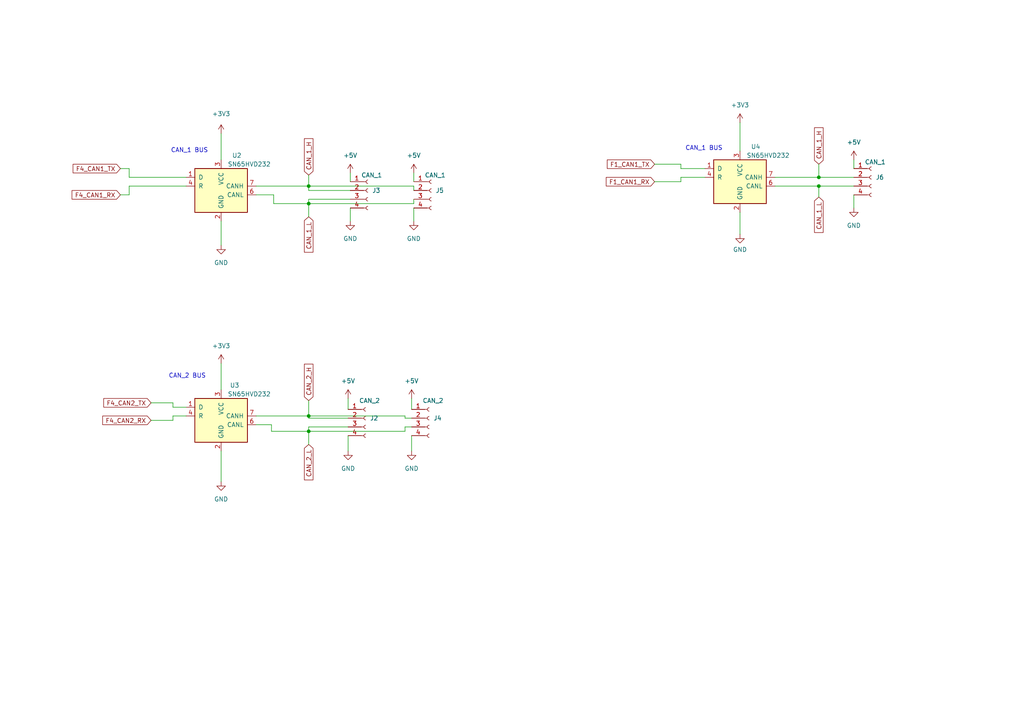
<source format=kicad_sch>
(kicad_sch (version 20211123) (generator eeschema)
  (paper "A4")
  (lib_symbols
    (symbol "Connector:Conn_01x04_Female" (pin_names (offset 1.016) hide)
      (property "Reference" "J" (at 0 5.08 0))
      (property "Value" "Conn_01x04_Female" (at 0 -7.62 0))
      (symbol "Conn_01x04_Female_1_1"
        (arc (start 0 -4.572) (mid -0.508 -5.08) (end 0 -5.588) (stroke (width 0.1524)))
        (arc (start 0 -2.032) (mid -0.508 -2.54) (end 0 -3.048) (stroke (width 0.1524)))
        (polyline (pts (xy -1.27 -5.08) (xy -0.508 -5.08)) (stroke (width 0.1524)))
        (polyline (pts (xy -1.27 -2.54) (xy -0.508 -2.54)) (stroke (width 0.1524)))
        (polyline (pts (xy -1.27 0) (xy -0.508 0)) (stroke (width 0.1524)))
        (polyline (pts (xy -1.27 2.54) (xy -0.508 2.54)) (stroke (width 0.1524)))
        (arc (start 0 0.508) (mid -0.508 0) (end 0 -0.508) (stroke (width 0.1524)))
        (arc (start 0 3.048) (mid -0.508 2.54) (end 0 2.032) (stroke (width 0.1524)))
        (pin passive line (at -5.08 2.54 0) (length 3.81) (name "Pin_1") (number "1"))
        (pin passive line (at -5.08 0 0) (length 3.81) (name "Pin_2") (number "2"))
        (pin passive line (at -5.08 -2.54 0) (length 3.81) (name "Pin_3") (number "3"))
        (pin passive line (at -5.08 -5.08 0) (length 3.81) (name "Pin_4") (number "4"))
      )
    )
    (symbol "GND_1" (power) (pin_names (offset 0))
      (property "Value" "GND_1" (at 0 -3.81 0))
      (symbol "GND_1_0_1"
        (polyline (pts (xy 0 0) (xy 0 -1.27) (xy 1.27 -1.27) (xy 0 -2.54) (xy -1.27 -1.27) (xy 0 -1.27)))
      )
      (symbol "GND_1_1_1"
        (pin power_in line (at 0 0 270) (length 0) hide (name "GND") (number "1"))
      )
    )
    (symbol "Interface_CAN_LIN:SN65HVD232" (pin_names (offset 1.016))
      (property "Reference" "U" (at -2.54 10.16 0))
      (property "Value" "SN65HVD232" (at -2.54 7.62 0))
      (symbol "SN65HVD232_0_1"
        (rectangle (start -7.62 5.08) (end 7.62 -7.62) (stroke (width 0.254)) (fill (type background)))
      )
      (symbol "SN65HVD232_1_1"
        (pin input line (at -10.16 2.54 0) (length 2.54) (name "D") (number "1"))
        (pin power_in line (at 0 -10.16 90) (length 2.54) (name "GND") (number "2"))
        (pin power_in line (at 0 7.62 270) (length 2.54) (name "VCC") (number "3"))
        (pin output line (at -10.16 0 0) (length 2.54) (name "R") (number "4"))
        (pin no_connect line (at -10.16 -2.54 0) (length 2.54) hide (name "NC") (number "5"))
        (pin bidirectional line (at 10.16 -2.54 180) (length 2.54) (name "CANL") (number "6"))
        (pin bidirectional line (at 10.16 0 180) (length 2.54) (name "CANH") (number "7"))
        (pin no_connect line (at -10.16 -5.08 0) (length 2.54) hide (name "NC") (number "8"))
      )
    )
    (symbol "power:+3V3" (power) (pin_names (offset 0))
      (property "Value" "+3V3" (at 0 3.556 0))
      (symbol "+3V3_0_1"
        (polyline (pts (xy -0.762 1.27) (xy 0 2.54)))
        (polyline (pts (xy 0 0) (xy 0 2.54)))
        (polyline (pts (xy 0 2.54) (xy 0.762 1.27)))
      )
      (symbol "+3V3_1_1"
        (pin power_in line (at 0 0 90) (length 0) hide (name "+3V3") (number "1"))
      )
    )
    (symbol "power:+5V" (power) (pin_names (offset 0))
      (property "Value" "+5V" (at 0 3.556 0))
      (symbol "+5V_0_1"
        (polyline (pts (xy -0.762 1.27) (xy 0 2.54)))
        (polyline (pts (xy 0 0) (xy 0 2.54)))
        (polyline (pts (xy 0 2.54) (xy 0.762 1.27)))
      )
      (symbol "+5V_1_1"
        (pin power_in line (at 0 0 90) (length 0) hide (name "+5V") (number "1"))
      )
    )
    (symbol "power:GND" (power) (pin_names (offset 0))
      (property "Value" "GND" (at 0 -3.81 0))
      (symbol "GND_0_1"
        (polyline (pts (xy 0 0) (xy 0 -1.27) (xy 1.27 -1.27) (xy 0 -2.54) (xy -1.27 -1.27) (xy 0 -1.27)))
      )
      (symbol "GND_1_1"
        (pin power_in line (at 0 0 270) (length 0) hide (name "GND") (number "1"))
      )
    )
  )
  (junction (at 89.535 53.975))
  (junction (at 237.49 53.975))
  (junction (at 89.535 59.055))
  (junction (at 89.535 125.095))
  (junction (at 237.49 51.435))
  (junction (at 89.535 120.65))
  (wire (pts (xy 43.815 116.84) (xy 50.165 116.84)))
  (wire (pts (xy 117.475 120.65) (xy 89.535 120.65)))
  (wire (pts (xy 189.865 52.705) (xy 197.485 52.705)))
  (wire (pts (xy 50.165 118.11) (xy 53.975 118.11)))
  (wire (pts (xy 74.295 56.515) (xy 79.375 56.515)))
  (wire (pts (xy 64.135 130.81) (xy 64.135 139.7)))
  (wire (pts (xy 100.965 123.825) (xy 89.535 123.825)))
  (wire (pts (xy 197.485 51.435) (xy 204.47 51.435)))
  (wire (pts (xy 89.535 53.975) (xy 120.015 53.975)))
  (wire (pts (xy 64.135 64.135) (xy 64.135 71.12)))
  (wire (pts (xy 197.485 52.705) (xy 197.485 51.435)))
  (wire (pts (xy 50.165 121.92) (xy 50.165 120.65)))
  (wire (pts (xy 89.535 59.055) (xy 89.535 62.865)))
  (wire (pts (xy 101.6 55.245) (xy 89.535 55.245)))
  (wire (pts (xy 120.015 60.325) (xy 120.015 64.135)))
  (wire (pts (xy 197.485 47.625) (xy 197.485 48.895)))
  (wire (pts (xy 101.6 50.165) (xy 101.6 52.705)))
  (wire (pts (xy 119.38 126.365) (xy 119.38 130.81)))
  (wire (pts (xy 117.475 125.095) (xy 89.535 125.095)))
  (wire (pts (xy 34.925 56.515) (xy 37.465 56.515)))
  (wire (pts (xy 100.965 126.365) (xy 100.965 130.81)))
  (wire (pts (xy 119.38 123.825) (xy 117.475 123.825)))
  (wire (pts (xy 224.79 51.435) (xy 237.49 51.435)))
  (wire (pts (xy 237.49 51.435) (xy 247.65 51.435)))
  (wire (pts (xy 214.63 61.595) (xy 214.63 67.945)))
  (wire (pts (xy 37.465 53.975) (xy 53.975 53.975)))
  (wire (pts (xy 74.295 123.19) (xy 78.74 123.19)))
  (wire (pts (xy 89.535 116.205) (xy 89.535 120.65)))
  (wire (pts (xy 64.135 105.41) (xy 64.135 113.03)))
  (wire (pts (xy 100.965 115.57) (xy 100.965 118.745)))
  (wire (pts (xy 89.535 59.055) (xy 120.015 59.055)))
  (wire (pts (xy 237.49 51.435) (xy 237.49 47.625)))
  (wire (pts (xy 89.535 123.825) (xy 89.535 125.095)))
  (wire (pts (xy 79.375 56.515) (xy 79.375 59.055)))
  (wire (pts (xy 89.535 57.785) (xy 89.535 59.055)))
  (wire (pts (xy 120.015 57.785) (xy 120.015 59.055)))
  (wire (pts (xy 74.295 53.975) (xy 89.535 53.975)))
  (wire (pts (xy 101.6 57.785) (xy 89.535 57.785)))
  (wire (pts (xy 37.465 48.895) (xy 37.465 51.435)))
  (wire (pts (xy 78.74 125.095) (xy 89.535 125.095)))
  (wire (pts (xy 89.535 55.245) (xy 89.535 53.975)))
  (wire (pts (xy 247.65 46.355) (xy 247.65 48.895)))
  (wire (pts (xy 237.49 53.975) (xy 237.49 57.15)))
  (wire (pts (xy 89.535 120.65) (xy 89.535 121.285)))
  (wire (pts (xy 74.295 120.65) (xy 89.535 120.65)))
  (wire (pts (xy 214.63 35.56) (xy 214.63 43.815)))
  (wire (pts (xy 189.865 47.625) (xy 197.485 47.625)))
  (wire (pts (xy 50.165 116.84) (xy 50.165 118.11)))
  (wire (pts (xy 117.475 123.825) (xy 117.475 125.095)))
  (wire (pts (xy 78.74 123.19) (xy 78.74 125.095)))
  (wire (pts (xy 120.015 50.165) (xy 120.015 52.705)))
  (wire (pts (xy 120.015 55.245) (xy 120.015 53.975)))
  (wire (pts (xy 237.49 53.975) (xy 247.65 53.975)))
  (wire (pts (xy 197.485 48.895) (xy 204.47 48.895)))
  (wire (pts (xy 224.79 53.975) (xy 237.49 53.975)))
  (wire (pts (xy 50.165 120.65) (xy 53.975 120.65)))
  (wire (pts (xy 89.535 121.285) (xy 100.965 121.285)))
  (wire (pts (xy 117.475 121.285) (xy 117.475 120.65)))
  (wire (pts (xy 119.38 115.57) (xy 119.38 118.745)))
  (wire (pts (xy 247.65 56.515) (xy 247.65 60.325)))
  (wire (pts (xy 64.135 38.735) (xy 64.135 46.355)))
  (wire (pts (xy 43.815 121.92) (xy 50.165 121.92)))
  (wire (pts (xy 89.535 125.095) (xy 89.535 128.905)))
  (wire (pts (xy 89.535 50.8) (xy 89.535 53.975)))
  (wire (pts (xy 37.465 56.515) (xy 37.465 53.975)))
  (wire (pts (xy 34.925 48.895) (xy 37.465 48.895)))
  (wire (pts (xy 37.465 51.435) (xy 53.975 51.435)))
  (wire (pts (xy 101.6 60.325) (xy 101.6 64.135)))
  (wire (pts (xy 79.375 59.055) (xy 89.535 59.055)))
  (wire (pts (xy 119.38 121.285) (xy 117.475 121.285)))
  (text "CAN_1 BUS" (at 49.53 44.45 0) (effects (font (size 1.27 1.27)) (justify left bottom)))
  (text "CAN_1 BUS" (at 198.755 43.815 0) (effects (font (size 1.27 1.27)) (justify left bottom)))
  (text "CAN_2 BUS" (at 48.895 109.855 0) (effects (font (size 1.27 1.27)) (justify left bottom)))
  (global_label "CAN_2_L" (shape input) (at 89.535 128.905 270) (property "Intersheet References" "${INTERSHEET_REFS}" (effects hide)))
  (global_label "F4_CAN1_TX" (shape input) (at 34.925 48.895 180) (property "Intersheet References" "${INTERSHEET_REFS}" (effects hide)))
  (global_label "CAN_1_H" (shape input) (at 237.49 47.625 90) (property "Intersheet References" "${INTERSHEET_REFS}" (effects hide)))
  (global_label "CAN_1_H" (shape input) (at 89.535 50.8 90) (property "Intersheet References" "${INTERSHEET_REFS}" (effects hide)))
  (global_label "CAN_1_L" (shape input) (at 89.535 62.865 270) (property "Intersheet References" "${INTERSHEET_REFS}" (effects hide)))
  (global_label "CAN_1_L" (shape input) (at 237.49 57.15 270) (property "Intersheet References" "${INTERSHEET_REFS}" (effects hide)))
  (global_label "F4_CAN1_RX" (shape input) (at 34.925 56.515 180) (property "Intersheet References" "${INTERSHEET_REFS}" (effects hide)))
  (global_label "F1_CAN1_TX" (shape input) (at 189.865 47.625 180) (property "Intersheet References" "${INTERSHEET_REFS}" (effects hide)))
  (global_label "CAN_2_H" (shape input) (at 89.535 116.205 90) (property "Intersheet References" "${INTERSHEET_REFS}" (effects hide)))
  (global_label "F4_CAN2_TX" (shape input) (at 43.815 116.84 180) (property "Intersheet References" "${INTERSHEET_REFS}" (effects hide)))
  (global_label "F4_CAN2_RX" (shape input) (at 43.815 121.92 180) (property "Intersheet References" "${INTERSHEET_REFS}" (effects hide)))
  (global_label "F1_CAN1_RX" (shape input) (at 189.865 52.705 180) (property "Intersheet References" "${INTERSHEET_REFS}" (effects hide)))
  (symbol (lib_id "power:GND") (at 120.015 64.135 0) (unit 1)
    (property "Reference" "#PWR017" (effects hide))
    (property "Value" "GND" (at 120.015 69.215 0))
  )
  (symbol (lib_id "power:GND") (at 64.135 71.12 0) (unit 1)
    (property "Reference" "#PWR07" (effects hide))
    (property "Value" "GND" (at 64.135 76.2 0))
  )
  (symbol (lib_id "Connector:Conn_01x04_Female") (at 125.095 55.245 0) (unit 1)
    (property "Reference" "J5" (at 126.365 55.2449 0) (effects (justify left)))
    (property "Value" "CAN_1" (at 123.19 50.8 0) (effects (justify left)))
    (property "Footprint" "Connector_Wuerth:Wuerth_WR-WTB_64800411622_1x04_P1.50mm_Vertical" (effects hide))
  )
  (symbol (lib_id "Connector:Conn_01x04_Female") (at 252.73 51.435 0) (unit 1)
    (property "Reference" "J6" (at 254 51.4349 0) (effects (justify left)))
    (property "Value" "CAN_1" (at 250.825 46.99 0) (effects (justify left)))
    (property "Footprint" "Connector_Wuerth:Wuerth_WR-WTB_64800411622_1x04_P1.50mm_Vertical" (effects hide))
  )
  (symbol (lib_id "Connector:Conn_01x04_Female") (at 106.045 121.285 0) (unit 1)
    (property "Reference" "J2" (at 107.315 121.2849 0) (effects (justify left)))
    (property "Value" "CAN_2" (at 104.14 116.205 0) (effects (justify left)))
    (property "Footprint" "Connector_Wuerth:Wuerth_WR-WTB_64800411622_1x04_P1.50mm_Vertical" (effects hide))
  )
  (symbol (lib_id "power:GND") (at 119.38 130.81 0) (unit 1)
    (property "Reference" "#PWR015" (effects hide))
    (property "Value" "GND" (at 119.38 135.89 0))
  )
  (symbol (lib_name "GND_1") (lib_id "power:GND") (at 214.63 67.945 0) (unit 1)
    (property "Reference" "#PWR019" (effects hide))
    (property "Value" "GND" (at 214.63 72.39 0))
  )
  (symbol (lib_id "power:GND") (at 101.6 64.135 0) (unit 1)
    (property "Reference" "#PWR013" (effects hide))
    (property "Value" "GND" (at 101.6 69.215 0))
  )
  (symbol (lib_id "Interface_CAN_LIN:SN65HVD232") (at 64.135 120.65 0) (unit 1)
    (property "Reference" "U3" (at 66.675 111.76 0) (effects (justify left)))
    (property "Value" "SN65HVD232" (at 66.04 114.3 0) (effects (justify left)))
    (property "Footprint" "Package_SO:SOIC-8_3.9x4.9mm_P1.27mm" (effects hide))
    (property "Datasheet" "http://www.ti.com/lit/ds/symlink/sn65hvd230.pdf" (effects hide))
  )
  (symbol (lib_id "power:+5V") (at 120.015 50.165 0) (unit 1)
    (property "Reference" "#PWR016" (effects hide))
    (property "Value" "+5V" (at 120.015 45.085 0))
  )
  (symbol (lib_id "power:+5V") (at 247.65 46.355 0) (unit 1)
    (property "Reference" "#PWR020" (effects hide))
    (property "Value" "+5V" (at 247.65 41.275 0))
  )
  (symbol (lib_id "power:+5V") (at 101.6 50.165 0) (unit 1)
    (property "Reference" "#PWR012" (effects hide))
    (property "Value" "+5V" (at 101.6 45.085 0))
  )
  (symbol (lib_id "power:GND") (at 64.135 139.7 0) (unit 1)
    (property "Reference" "#PWR09" (effects hide))
    (property "Value" "GND" (at 64.135 144.78 0))
  )
  (symbol (lib_id "power:+3V3") (at 214.63 35.56 0) (unit 1)
    (property "Reference" "#PWR018" (effects hide))
    (property "Value" "+3V3" (at 214.63 30.48 0))
  )
  (symbol (lib_id "power:+5V") (at 119.38 115.57 0) (unit 1)
    (property "Reference" "#PWR014" (effects hide))
    (property "Value" "+5V" (at 119.38 110.49 0))
  )
  (symbol (lib_id "Interface_CAN_LIN:SN65HVD232") (at 214.63 51.435 0) (unit 1)
    (property "Reference" "U4" (at 217.805 42.545 0) (effects (justify left)))
    (property "Value" "SN65HVD232" (at 216.535 45.085 0) (effects (justify left)))
    (property "Footprint" "Package_SO:SOIC-8_3.9x4.9mm_P1.27mm" (effects hide))
    (property "Datasheet" "http://www.ti.com/lit/ds/symlink/sn65hvd230.pdf" (effects hide))
  )
  (symbol (lib_id "power:GND") (at 100.965 130.81 0) (unit 1)
    (property "Reference" "#PWR011" (effects hide))
    (property "Value" "GND" (at 100.965 135.89 0))
  )
  (symbol (lib_id "Connector:Conn_01x04_Female") (at 124.46 121.285 0) (unit 1)
    (property "Reference" "J4" (at 125.73 121.2849 0) (effects (justify left)))
    (property "Value" "CAN_2" (at 122.555 116.205 0) (effects (justify left)))
    (property "Footprint" "Connector_Wuerth:Wuerth_WR-WTB_64800411622_1x04_P1.50mm_Vertical" (effects hide))
  )
  (symbol (lib_id "Connector:Conn_01x04_Female") (at 106.68 55.245 0) (unit 1)
    (property "Reference" "J3" (at 107.95 55.2449 0) (effects (justify left)))
    (property "Value" "CAN_1" (at 104.775 50.8 0) (effects (justify left)))
    (property "Footprint" "Connector_Wuerth:Wuerth_WR-WTB_64800411622_1x04_P1.50mm_Vertical" (effects hide))
  )
  (symbol (lib_id "power:GND") (at 247.65 60.325 0) (unit 1)
    (property "Reference" "#PWR021" (effects hide))
    (property "Value" "GND" (at 247.65 65.405 0))
  )
  (symbol (lib_id "power:+5V") (at 100.965 115.57 0) (unit 1)
    (property "Reference" "#PWR010" (effects hide))
    (property "Value" "+5V" (at 100.965 110.49 0))
  )
  (symbol (lib_id "power:+3V3") (at 64.135 38.735 0) (unit 1)
    (property "Reference" "#PWR06" (effects hide))
    (property "Value" "+3V3" (at 64.135 33.02 0))
  )
  (symbol (lib_id "Interface_CAN_LIN:SN65HVD232") (at 64.135 53.975 0) (unit 1)
    (property "Reference" "U2" (at 67.31 45.085 0) (effects (justify left)))
    (property "Value" "SN65HVD232" (at 66.04 47.625 0) (effects (justify left)))
    (property "Footprint" "Package_SO:SOIC-8_3.9x4.9mm_P1.27mm" (effects hide))
    (property "Datasheet" "http://www.ti.com/lit/ds/symlink/sn65hvd230.pdf" (effects hide))
  )
  (symbol (lib_id "power:+3V3") (at 64.135 105.41 0) (unit 1)
    (property "Reference" "#PWR08" (effects hide))
    (property "Value" "+3V3" (at 64.135 100.33 0))
  )
)
</source>
